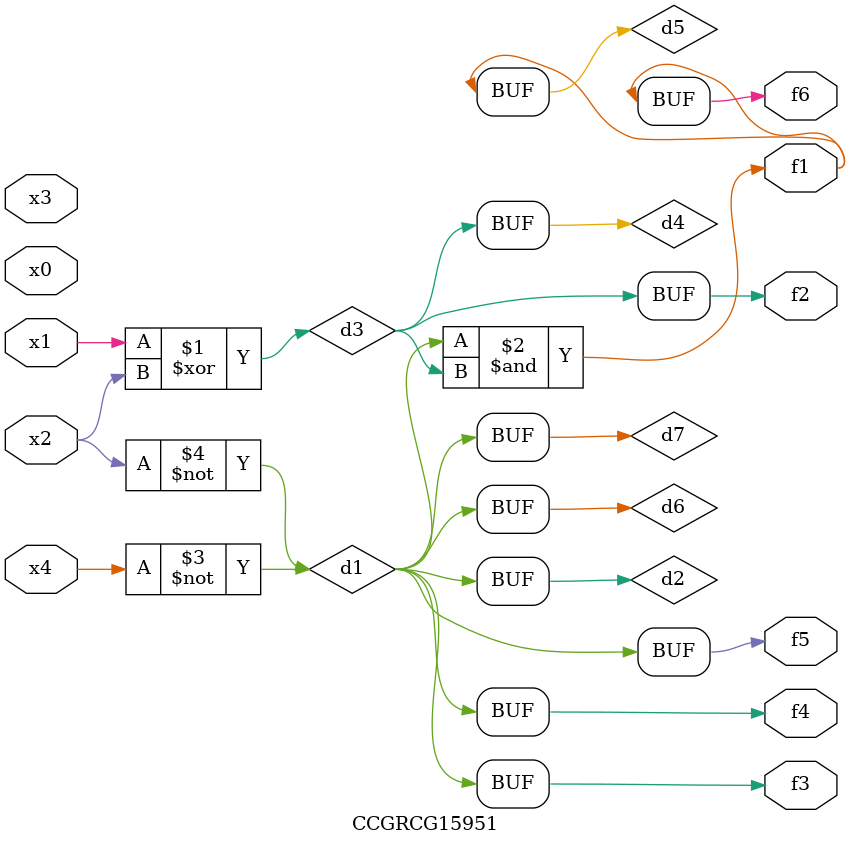
<source format=v>
module CCGRCG15951(
	input x0, x1, x2, x3, x4,
	output f1, f2, f3, f4, f5, f6
);

	wire d1, d2, d3, d4, d5, d6, d7;

	not (d1, x4);
	not (d2, x2);
	xor (d3, x1, x2);
	buf (d4, d3);
	and (d5, d1, d3);
	buf (d6, d1, d2);
	buf (d7, d2);
	assign f1 = d5;
	assign f2 = d4;
	assign f3 = d7;
	assign f4 = d7;
	assign f5 = d7;
	assign f6 = d5;
endmodule

</source>
